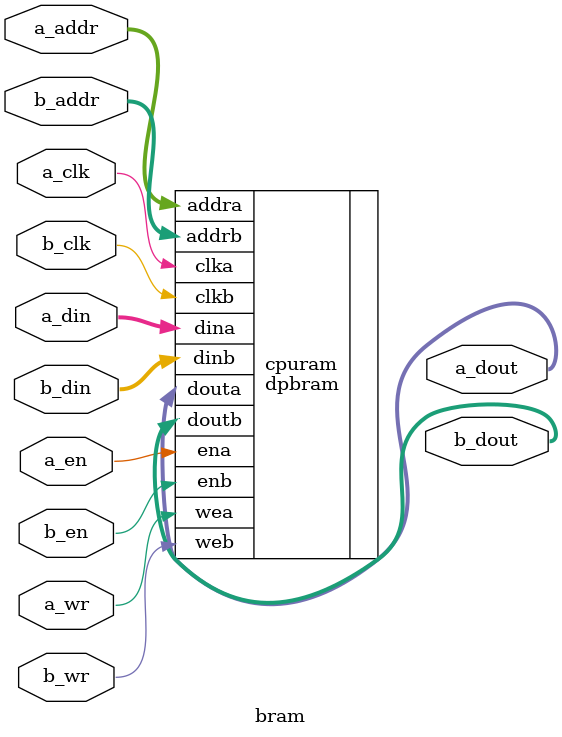
<source format=v>
`timescale 1ns / 1ps
module bram  # (
    parameter DATA=8,
    parameter ADDR=15
)(
    // Port A
    input   wire                a_clk,
    input   wire                a_en,
    input   wire                a_wr,
    input   wire    [ADDR-1:0]  a_addr,
    input   wire    [DATA-1:0]  a_din,
    output  wire    [DATA-1:0]  a_dout,
     
    // Port B
    input   wire                b_clk,
    input   wire                b_en,
    input   wire                b_wr,
    input   wire    [ADDR-1:0]  b_addr,
    input   wire    [DATA-1:0]  b_din,
    output  wire    [DATA-1:0]  b_dout


);

dpbram cpuram (
  .clka(a_clk), // input clka
  .ena(a_en), // input ena
  .wea(a_wr), // input [0 : 0] wea
  .addra(a_addr), // input [14 : 0] addra
  .dina(a_din), // input [7 : 0] dina
  .douta(a_dout), // output [7 : 0] douta
  .clkb(b_clk), // input clkb
  .enb(b_en), // input enb
  .web(b_wr), // input [0 : 0] web
  .addrb(b_addr), // input [14 : 0] addrb
  .dinb(b_din), // input [7 : 0] dinb
  .doutb(b_dout) // output [7 : 0] doutb
);

endmodule

</source>
